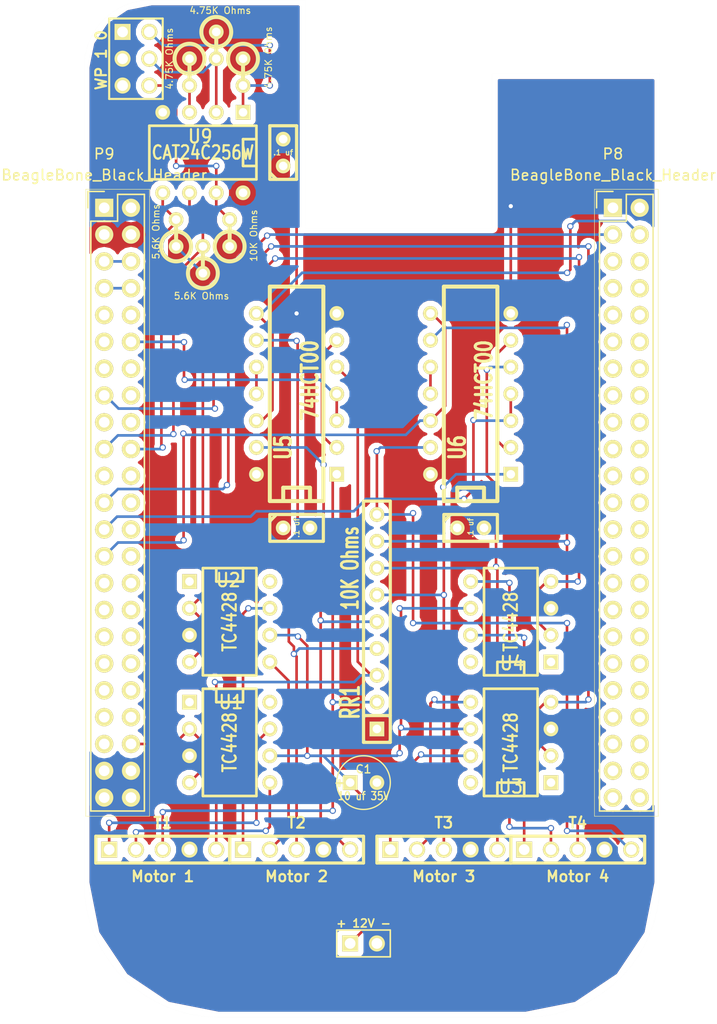
<source format=kicad_pcb>
(kicad_pcb (version 3) (host pcbnew "(22-Jun-2014 BZR 4027)-stable")
  (title_block (company "Deepwoods Software"))
  (layers (15 F.Cu signal) (0 B.Cu signal) (18 B.Paste user) (19 F.Paste user) (20 B.SilkS user) (21 F.SilkS user) (22 B.Mask user) (23 F.Mask user) (28 Edge.Cuts user))
  (net 0 "")
  (net 1 +12V)
  (net 2 +3.3V)
  (net 3 +5V)
  (net 4 "/Cape EEPROM/SCL")
  (net 5 "/Cape EEPROM/SDA")
  (net 6 /MSel1)
  (net 7 /MSel2)
  (net 8 /MSel3)
  (net 9 /MSel4)
  (net 10 /Motor1A)
  (net 11 /Motor1B)
  (net 12 /Motor2A)
  (net 13 /Motor2B)
  (net 14 /Motor3A)
  (net 15 /Motor3B)
  (net 16 /Motor4A)
  (net 17 /Motor4B)
  (net 18 /PSense1)
  (net 19 /PSense2)
  (net 20 /PSense3)
  (net 21 /PSense4)
  (net 22 /Points1A)
  (net 23 /Points1B)
  (net 24 /Points2A)
  (net 25 /Points2B)
  (net 26 /Points3A)
  (net 27 /Points3B)
  (net 28 /Points4A)
  (net 29 /Points4B)
  (net 30 GND)
  (net 31 N-000001)
  (net 32 N-00000104)
  (net 33 N-00000105)
  (net 34 N-00000106)
  (net 35 N-00000107)
  (net 36 N-000003)
  (net 37 N-000005)
  (net 38 N-000007)
  (net 39 SYS_5V)
  (module Socket_BeagleBone_Black:Socket_BeagleBone_Black (layer F.Cu) (at 164.6301 62.3824)
    (fp_text reference P8 (at 0 -5.1) (layer F.SilkS))
    (fp_text value BeagleBone_Black_Header (at 0 -3.1) (layer F.SilkS))
    (pad 1 thru_hole rect (at 0 0) (size 1.7272 1.7272) (drill 1.016) (layers *.Cu *.Mask F.SilkS) (net 30 GND))
    (pad 2 thru_hole oval (at 2.54 0) (size 1.7272 1.7272) (drill 1.016) (layers *.Cu *.Mask F.SilkS) (net 30 GND))
    (pad 3 thru_hole oval (at 0 2.54) (size 1.7272 1.7272) (drill 1.016) (layers *.Cu *.Mask F.SilkS) (net 7 /MSel2))
    (pad 4 thru_hole oval (at 2.54 2.54) (size 1.7272 1.7272) (drill 1.016) (layers *.Cu *.Mask F.SilkS) (net 19 /PSense2))
    (pad 5 thru_hole oval (at 0 5.08) (size 1.7272 1.7272) (drill 1.016) (layers *.Cu *.Mask F.SilkS))
    (pad 6 thru_hole oval (at 2.54 5.08) (size 1.7272 1.7272) (drill 1.016) (layers *.Cu *.Mask F.SilkS))
    (pad 7 thru_hole oval (at 0 7.62) (size 1.7272 1.7272) (drill 1.016) (layers *.Cu *.Mask F.SilkS))
    (pad 8 thru_hole oval (at 2.54 7.62) (size 1.7272 1.7272) (drill 1.016) (layers *.Cu *.Mask F.SilkS))
    (pad 9 thru_hole oval (at 0 10.16) (size 1.7272 1.7272) (drill 1.016) (layers *.Cu *.Mask F.SilkS))
    (pad 10 thru_hole oval (at 2.54 10.16) (size 1.7272 1.7272) (drill 1.016) (layers *.Cu *.Mask F.SilkS))
    (pad 11 thru_hole oval (at 0 12.7) (size 1.7272 1.7272) (drill 1.016) (layers *.Cu *.Mask F.SilkS))
    (pad 12 thru_hole oval (at 2.54 12.7) (size 1.7272 1.7272) (drill 1.016) (layers *.Cu *.Mask F.SilkS))
    (pad 13 thru_hole oval (at 0 15.24) (size 1.7272 1.7272) (drill 1.016) (layers *.Cu *.Mask F.SilkS))
    (pad 14 thru_hole oval (at 2.54 15.24) (size 1.7272 1.7272) (drill 1.016) (layers *.Cu *.Mask F.SilkS))
    (pad 15 thru_hole oval (at 0 17.78) (size 1.7272 1.7272) (drill 1.016) (layers *.Cu *.Mask F.SilkS))
    (pad 16 thru_hole oval (at 2.54 17.78) (size 1.7272 1.7272) (drill 1.016) (layers *.Cu *.Mask F.SilkS))
    (pad 17 thru_hole oval (at 0 20.32) (size 1.7272 1.7272) (drill 1.016) (layers *.Cu *.Mask F.SilkS))
    (pad 18 thru_hole oval (at 2.54 20.32) (size 1.7272 1.7272) (drill 1.016) (layers *.Cu *.Mask F.SilkS))
    (pad 19 thru_hole oval (at 0 22.86) (size 1.7272 1.7272) (drill 1.016) (layers *.Cu *.Mask F.SilkS))
    (pad 20 thru_hole oval (at 2.54 22.86) (size 1.7272 1.7272) (drill 1.016) (layers *.Cu *.Mask F.SilkS))
    (pad 21 thru_hole oval (at 0 25.4) (size 1.7272 1.7272) (drill 1.016) (layers *.Cu *.Mask F.SilkS))
    (pad 22 thru_hole oval (at 2.54 25.4) (size 1.7272 1.7272) (drill 1.016) (layers *.Cu *.Mask F.SilkS))
    (pad 23 thru_hole oval (at 0 27.94) (size 1.7272 1.7272) (drill 1.016) (layers *.Cu *.Mask F.SilkS))
    (pad 24 thru_hole oval (at 2.54 27.94) (size 1.7272 1.7272) (drill 1.016) (layers *.Cu *.Mask F.SilkS))
    (pad 25 thru_hole oval (at 0 30.48) (size 1.7272 1.7272) (drill 1.016) (layers *.Cu *.Mask F.SilkS))
    (pad 26 thru_hole oval (at 2.54 30.48) (size 1.7272 1.7272) (drill 1.016) (layers *.Cu *.Mask F.SilkS))
    (pad 27 thru_hole oval (at 0 33.02) (size 1.7272 1.7272) (drill 1.016) (layers *.Cu *.Mask F.SilkS))
    (pad 28 thru_hole oval (at 2.54 33.02) (size 1.7272 1.7272) (drill 1.016) (layers *.Cu *.Mask F.SilkS))
    (pad 29 thru_hole oval (at 0 35.56) (size 1.7272 1.7272) (drill 1.016) (layers *.Cu *.Mask F.SilkS))
    (pad 30 thru_hole oval (at 2.54 35.56) (size 1.7272 1.7272) (drill 1.016) (layers *.Cu *.Mask F.SilkS))
    (pad 31 thru_hole oval (at 0 38.1) (size 1.7272 1.7272) (drill 1.016) (layers *.Cu *.Mask F.SilkS))
    (pad 32 thru_hole oval (at 2.54 38.1) (size 1.7272 1.7272) (drill 1.016) (layers *.Cu *.Mask F.SilkS))
    (pad 33 thru_hole oval (at 0 40.64) (size 1.7272 1.7272) (drill 1.016) (layers *.Cu *.Mask F.SilkS))
    (pad 34 thru_hole oval (at 2.54 40.64) (size 1.7272 1.7272) (drill 1.016) (layers *.Cu *.Mask F.SilkS))
    (pad 35 thru_hole oval (at 0 43.18) (size 1.7272 1.7272) (drill 1.016) (layers *.Cu *.Mask F.SilkS))
    (pad 36 thru_hole oval (at 2.54 43.18) (size 1.7272 1.7272) (drill 1.016) (layers *.Cu *.Mask F.SilkS))
    (pad 37 thru_hole oval (at 0 45.72) (size 1.7272 1.7272) (drill 1.016) (layers *.Cu *.Mask F.SilkS))
    (pad 38 thru_hole oval (at 2.54 45.72) (size 1.7272 1.7272) (drill 1.016) (layers *.Cu *.Mask F.SilkS))
    (pad 39 thru_hole oval (at 0 48.26) (size 1.7272 1.7272) (drill 1.016) (layers *.Cu *.Mask F.SilkS))
    (pad 40 thru_hole oval (at 2.54 48.26) (size 1.7272 1.7272) (drill 1.016) (layers *.Cu *.Mask F.SilkS))
    (pad 41 thru_hole oval (at 0 50.8) (size 1.7272 1.7272) (drill 1.016) (layers *.Cu *.Mask F.SilkS))
    (pad 42 thru_hole oval (at 2.54 50.8) (size 1.7272 1.7272) (drill 1.016) (layers *.Cu *.Mask F.SilkS))
    (pad 43 thru_hole oval (at 0 53.34) (size 1.7272 1.7272) (drill 1.016) (layers *.Cu *.Mask F.SilkS))
    (pad 44 thru_hole oval (at 2.54 53.34) (size 1.7272 1.7272) (drill 1.016) (layers *.Cu *.Mask F.SilkS))
    (pad 45 thru_hole oval (at 0 55.88) (size 1.7272 1.7272) (drill 1.016) (layers *.Cu *.Mask F.SilkS))
    (pad 46 thru_hole oval (at 2.54 55.88) (size 1.7272 1.7272) (drill 1.016) (layers *.Cu *.Mask F.SilkS))
  )
  (module Socket_BeagleBone_Black:Socket_BeagleBone_Black (layer F.Cu) (at 116.3701 62.3824)
    (fp_text reference P9 (at 0 -5.1) (layer F.SilkS))
    (fp_text value BeagleBone_Black_Header (at 0 -3.1) (layer F.SilkS))
    (pad 1 thru_hole rect (at 0 0) (size 1.7272 1.7272) (drill 1.016) (layers *.Cu *.Mask F.SilkS) (net 30 GND))
    (pad 2 thru_hole oval (at 2.54 0) (size 1.7272 1.7272) (drill 1.016) (layers *.Cu *.Mask F.SilkS) (net 30 GND))
    (pad 3 thru_hole oval (at 0 2.54) (size 1.7272 1.7272) (drill 1.016) (layers *.Cu *.Mask F.SilkS) (net 2 +3.3V))
    (pad 4 thru_hole oval (at 2.54 2.54) (size 1.7272 1.7272) (drill 1.016) (layers *.Cu *.Mask F.SilkS) (net 2 +3.3V))
    (pad 5 thru_hole oval (at 0 5.08) (size 1.7272 1.7272) (drill 1.016) (layers *.Cu *.Mask F.SilkS) (net 3 +5V))
    (pad 6 thru_hole oval (at 2.54 5.08) (size 1.7272 1.7272) (drill 1.016) (layers *.Cu *.Mask F.SilkS) (net 3 +5V))
    (pad 7 thru_hole oval (at 0 7.62) (size 1.7272 1.7272) (drill 1.016) (layers *.Cu *.Mask F.SilkS) (net 39 SYS_5V))
    (pad 8 thru_hole oval (at 2.54 7.62) (size 1.7272 1.7272) (drill 1.016) (layers *.Cu *.Mask F.SilkS) (net 39 SYS_5V))
    (pad 9 thru_hole oval (at 0 10.16) (size 1.7272 1.7272) (drill 1.016) (layers *.Cu *.Mask F.SilkS))
    (pad 10 thru_hole oval (at 2.54 10.16) (size 1.7272 1.7272) (drill 1.016) (layers *.Cu *.Mask F.SilkS))
    (pad 11 thru_hole oval (at 0 12.7) (size 1.7272 1.7272) (drill 1.016) (layers *.Cu *.Mask F.SilkS))
    (pad 12 thru_hole oval (at 2.54 12.7) (size 1.7272 1.7272) (drill 1.016) (layers *.Cu *.Mask F.SilkS) (net 18 /PSense1))
    (pad 13 thru_hole oval (at 0 15.24) (size 1.7272 1.7272) (drill 1.016) (layers *.Cu *.Mask F.SilkS))
    (pad 14 thru_hole oval (at 2.54 15.24) (size 1.7272 1.7272) (drill 1.016) (layers *.Cu *.Mask F.SilkS))
    (pad 15 thru_hole oval (at 0 17.78) (size 1.7272 1.7272) (drill 1.016) (layers *.Cu *.Mask F.SilkS) (net 8 /MSel3))
    (pad 16 thru_hole oval (at 2.54 17.78) (size 1.7272 1.7272) (drill 1.016) (layers *.Cu *.Mask F.SilkS))
    (pad 17 thru_hole oval (at 0 20.32) (size 1.7272 1.7272) (drill 1.016) (layers *.Cu *.Mask F.SilkS))
    (pad 18 thru_hole oval (at 2.54 20.32) (size 1.7272 1.7272) (drill 1.016) (layers *.Cu *.Mask F.SilkS))
    (pad 19 thru_hole oval (at 0 22.86) (size 1.7272 1.7272) (drill 1.016) (layers *.Cu *.Mask F.SilkS) (net 4 "/Cape EEPROM/SCL"))
    (pad 20 thru_hole oval (at 2.54 22.86) (size 1.7272 1.7272) (drill 1.016) (layers *.Cu *.Mask F.SilkS) (net 5 "/Cape EEPROM/SDA"))
    (pad 21 thru_hole oval (at 0 25.4) (size 1.7272 1.7272) (drill 1.016) (layers *.Cu *.Mask F.SilkS))
    (pad 22 thru_hole oval (at 2.54 25.4) (size 1.7272 1.7272) (drill 1.016) (layers *.Cu *.Mask F.SilkS))
    (pad 23 thru_hole oval (at 0 27.94) (size 1.7272 1.7272) (drill 1.016) (layers *.Cu *.Mask F.SilkS) (net 9 /MSel4))
    (pad 24 thru_hole oval (at 2.54 27.94) (size 1.7272 1.7272) (drill 1.016) (layers *.Cu *.Mask F.SilkS))
    (pad 25 thru_hole oval (at 0 30.48) (size 1.7272 1.7272) (drill 1.016) (layers *.Cu *.Mask F.SilkS) (net 20 /PSense3))
    (pad 26 thru_hole oval (at 2.54 30.48) (size 1.7272 1.7272) (drill 1.016) (layers *.Cu *.Mask F.SilkS))
    (pad 27 thru_hole oval (at 0 33.02) (size 1.7272 1.7272) (drill 1.016) (layers *.Cu *.Mask F.SilkS) (net 21 /PSense4))
    (pad 28 thru_hole oval (at 2.54 33.02) (size 1.7272 1.7272) (drill 1.016) (layers *.Cu *.Mask F.SilkS))
    (pad 29 thru_hole oval (at 0 35.56) (size 1.7272 1.7272) (drill 1.016) (layers *.Cu *.Mask F.SilkS))
    (pad 30 thru_hole oval (at 2.54 35.56) (size 1.7272 1.7272) (drill 1.016) (layers *.Cu *.Mask F.SilkS))
    (pad 31 thru_hole oval (at 0 38.1) (size 1.7272 1.7272) (drill 1.016) (layers *.Cu *.Mask F.SilkS))
    (pad 32 thru_hole oval (at 2.54 38.1) (size 1.7272 1.7272) (drill 1.016) (layers *.Cu *.Mask F.SilkS))
    (pad 33 thru_hole oval (at 0 40.64) (size 1.7272 1.7272) (drill 1.016) (layers *.Cu *.Mask F.SilkS))
    (pad 34 thru_hole oval (at 2.54 40.64) (size 1.7272 1.7272) (drill 1.016) (layers *.Cu *.Mask F.SilkS))
    (pad 35 thru_hole oval (at 0 43.18) (size 1.7272 1.7272) (drill 1.016) (layers *.Cu *.Mask F.SilkS))
    (pad 36 thru_hole oval (at 2.54 43.18) (size 1.7272 1.7272) (drill 1.016) (layers *.Cu *.Mask F.SilkS))
    (pad 37 thru_hole oval (at 0 45.72) (size 1.7272 1.7272) (drill 1.016) (layers *.Cu *.Mask F.SilkS))
    (pad 38 thru_hole oval (at 2.54 45.72) (size 1.7272 1.7272) (drill 1.016) (layers *.Cu *.Mask F.SilkS))
    (pad 39 thru_hole oval (at 0 48.26) (size 1.7272 1.7272) (drill 1.016) (layers *.Cu *.Mask F.SilkS))
    (pad 40 thru_hole oval (at 2.54 48.26) (size 1.7272 1.7272) (drill 1.016) (layers *.Cu *.Mask F.SilkS))
    (pad 41 thru_hole oval (at 0 50.8) (size 1.7272 1.7272) (drill 1.016) (layers *.Cu *.Mask F.SilkS))
    (pad 42 thru_hole oval (at 2.54 50.8) (size 1.7272 1.7272) (drill 1.016) (layers *.Cu *.Mask F.SilkS) (net 6 /MSel1))
    (pad 43 thru_hole oval (at 0 53.34) (size 1.7272 1.7272) (drill 1.016) (layers *.Cu *.Mask F.SilkS) (net 30 GND))
    (pad 44 thru_hole oval (at 2.54 53.34) (size 1.7272 1.7272) (drill 1.016) (layers *.Cu *.Mask F.SilkS) (net 30 GND))
    (pad 45 thru_hole oval (at 0 55.88) (size 1.7272 1.7272) (drill 1.016) (layers *.Cu *.Mask F.SilkS) (net 30 GND))
    (pad 46 thru_hole oval (at 2.54 55.88) (size 1.7272 1.7272) (drill 1.016) (layers *.Cu *.Mask F.SilkS) (net 30 GND))
  )
  (module SIL-9 (layer F.Cu) (at 142.24 101.6 90)
    (fp_text reference RR1 (at -7.62 -2.54 90) (layer F.SilkS) (effects (font (size 1.72974 1.08712) (thickness 0.3048))))
    (fp_text value "10K Ohms" (at 5.08 -2.54 90) (layer F.SilkS) (effects (font (size 1.524 1.016) (thickness 0.3048))))
    (pad 1 thru_hole rect (at -10.16 0 90) (size 1.397 1.397) (drill 0.8128) (layers *.Cu *.Mask F.SilkS) (net 2 +3.3V))
    (pad 2 thru_hole circle (at -7.62 0 90) (size 1.397 1.397) (drill 0.8128) (layers *.Cu *.Mask F.SilkS) (net 22 /Points1A))
    (pad 3 thru_hole circle (at -5.08 0 90) (size 1.397 1.397) (drill 0.8128) (layers *.Cu *.Mask F.SilkS) (net 23 /Points1B))
    (pad 4 thru_hole circle (at -2.54 0 90) (size 1.397 1.397) (drill 0.8128) (layers *.Cu *.Mask F.SilkS) (net 24 /Points2A))
    (pad 5 thru_hole circle (at 0 0 90) (size 1.397 1.397) (drill 0.8128) (layers *.Cu *.Mask F.SilkS) (net 25 /Points2B))
    (pad 6 thru_hole circle (at 2.54 0 90) (size 1.397 1.397) (drill 0.8128) (layers *.Cu *.Mask F.SilkS) (net 26 /Points3A))
    (pad 7 thru_hole circle (at 5.08 0 90) (size 1.397 1.397) (drill 0.8128) (layers *.Cu *.Mask F.SilkS) (net 27 /Points3B))
    (pad 8 thru_hole circle (at 7.62 0 90) (size 1.397 1.397) (drill 0.8128) (layers *.Cu *.Mask F.SilkS) (net 28 /Points4A))
    (pad 9 thru_hole circle (at 10.16 0 90) (size 1.397 1.397) (drill 0.8128) (layers *.Cu *.Mask F.SilkS) (net 29 /Points4B))
  )
  (module ScrewTerm_2.54-5 (layer F.Cu) (at 121.92 123.19)
    (fp_text reference T1 (at 0 -2.54) (layer F.SilkS) (effects (font (size 1.016 1.016) (thickness 0.2032))))
    (fp_text value "Motor 1" (at 0 2.54) (layer F.SilkS) (effects (font (size 1.016 1.016) (thickness 0.2032))))
    (pad 1 thru_hole rect (at -5.08 0) (size 1.524 1.524) (drill 1.016) (layers *.Cu *.Mask F.SilkS) (net 10 /Motor1A))
    (pad 2 thru_hole circle (at -2.54 0) (size 1.524 1.524) (drill 1.016) (layers *.Cu *.Mask F.SilkS) (net 11 /Motor1B))
    (pad 3 thru_hole circle (at 0 0) (size 1.524 1.524) (drill 1.016) (layers *.Cu *.Mask F.SilkS) (net 22 /Points1A))
    (pad 4 thru_hole circle (at 2.54 0) (size 1.524 1.524) (drill 1.016) (layers *.Cu *.Mask F.SilkS) (net 30 GND))
    (pad 5 thru_hole circle (at 5.08 0) (size 1.524 1.524) (drill 1.016) (layers *.Cu *.Mask F.SilkS) (net 23 /Points1B))
  )
  (module ScrewTerm_2.54-5 (layer F.Cu) (at 134.62 123.19)
    (fp_text reference T2 (at 0 -2.54) (layer F.SilkS) (effects (font (size 1.016 1.016) (thickness 0.2032))))
    (fp_text value "Motor 2" (at 0 2.54) (layer F.SilkS) (effects (font (size 1.016 1.016) (thickness 0.2032))))
    (pad 1 thru_hole rect (at -5.08 0) (size 1.524 1.524) (drill 1.016) (layers *.Cu *.Mask F.SilkS) (net 12 /Motor2A))
    (pad 2 thru_hole circle (at -2.54 0) (size 1.524 1.524) (drill 1.016) (layers *.Cu *.Mask F.SilkS) (net 13 /Motor2B))
    (pad 3 thru_hole circle (at 0 0) (size 1.524 1.524) (drill 1.016) (layers *.Cu *.Mask F.SilkS) (net 24 /Points2A))
    (pad 4 thru_hole circle (at 2.54 0) (size 1.524 1.524) (drill 1.016) (layers *.Cu *.Mask F.SilkS) (net 30 GND))
    (pad 5 thru_hole circle (at 5.08 0) (size 1.524 1.524) (drill 1.016) (layers *.Cu *.Mask F.SilkS) (net 25 /Points2B))
  )
  (module ScrewTerm_2.54-5 (layer F.Cu) (at 148.59 123.19)
    (fp_text reference T3 (at 0 -2.54) (layer F.SilkS) (effects (font (size 1.016 1.016) (thickness 0.2032))))
    (fp_text value "Motor 3" (at 0 2.54) (layer F.SilkS) (effects (font (size 1.016 1.016) (thickness 0.2032))))
    (pad 1 thru_hole rect (at -5.08 0) (size 1.524 1.524) (drill 1.016) (layers *.Cu *.Mask F.SilkS) (net 14 /Motor3A))
    (pad 2 thru_hole circle (at -2.54 0) (size 1.524 1.524) (drill 1.016) (layers *.Cu *.Mask F.SilkS) (net 15 /Motor3B))
    (pad 3 thru_hole circle (at 0 0) (size 1.524 1.524) (drill 1.016) (layers *.Cu *.Mask F.SilkS) (net 26 /Points3A))
    (pad 4 thru_hole circle (at 2.54 0) (size 1.524 1.524) (drill 1.016) (layers *.Cu *.Mask F.SilkS) (net 30 GND))
    (pad 5 thru_hole circle (at 5.08 0) (size 1.524 1.524) (drill 1.016) (layers *.Cu *.Mask F.SilkS) (net 27 /Points3B))
  )
  (module ScrewTerm_2.54-5 (layer F.Cu) (at 161.29 123.19)
    (fp_text reference T4 (at 0 -2.54) (layer F.SilkS) (effects (font (size 1.016 1.016) (thickness 0.2032))))
    (fp_text value "Motor 4" (at 0 2.54) (layer F.SilkS) (effects (font (size 1.016 1.016) (thickness 0.2032))))
    (pad 1 thru_hole rect (at -5.08 0) (size 1.524 1.524) (drill 1.016) (layers *.Cu *.Mask F.SilkS) (net 16 /Motor4A))
    (pad 2 thru_hole circle (at -2.54 0) (size 1.524 1.524) (drill 1.016) (layers *.Cu *.Mask F.SilkS) (net 17 /Motor4B))
    (pad 3 thru_hole circle (at 0 0) (size 1.524 1.524) (drill 1.016) (layers *.Cu *.Mask F.SilkS) (net 28 /Points4A))
    (pad 4 thru_hole circle (at 2.54 0) (size 1.524 1.524) (drill 1.016) (layers *.Cu *.Mask F.SilkS) (net 30 GND))
    (pad 5 thru_hole circle (at 5.08 0) (size 1.524 1.524) (drill 1.016) (layers *.Cu *.Mask F.SilkS) (net 29 /Points4B))
  )
  (module ScrewTerm2.54-2 (layer F.Cu) (at 140.97 132.08)
    (fp_text reference T5 hide)
    (fp_text value "+ 12V -" (at 0 -1.905) (layer F.SilkS) (effects (font (size 0.762 0.762) (thickness 0.1524))))
    (pad 1 thru_hole rect (at -1.27 0 90) (size 1.524 1.524) (drill 1.016) (layers *.Cu *.Mask F.SilkS) (net 1 +12V))
    (pad 2 thru_hole circle (at 1.27 0 90) (size 1.524 1.524) (drill 1.016) (layers *.Cu *.Mask F.SilkS) (net 30 GND))
  )
  (module R1 (layer F.Cu) (at 123.19 64.77 90)
    (fp_text reference R3 hide)
    (fp_text value "5.6K Ohms" (at 0.127 -1.905 90) (layer F.SilkS) (effects (font (size 0.635 0.635) (thickness 0.1016))))
    (pad 1 thru_hole circle (at -1.27 0 90) (size 1.397 1.397) (drill 0.8128) (layers *.Cu *.Mask F.SilkS) (net 2 +3.3V))
    (pad 2 thru_hole circle (at 1.27 0 90) (size 1.397 1.397) (drill 0.8128) (layers *.Cu *.Mask F.SilkS) (net 5 "/Cape EEPROM/SDA"))
  )
  (module R1 (layer F.Cu) (at 125.73 67.31 90)
    (fp_text reference R4 hide)
    (fp_text value "5.6K Ohms" (at -3.429 -0.127 180) (layer F.SilkS) (effects (font (size 0.635 0.635) (thickness 0.1016))))
    (pad 1 thru_hole circle (at -1.27 0 90) (size 1.397 1.397) (drill 0.8128) (layers *.Cu *.Mask F.SilkS) (net 2 +3.3V))
    (pad 2 thru_hole circle (at 1.27 0 90) (size 1.397 1.397) (drill 0.8128) (layers *.Cu *.Mask F.SilkS) (net 4 "/Cape EEPROM/SCL"))
  )
  (module R1 (layer F.Cu) (at 129.54 49.53 270)
    (fp_text reference R5 hide)
    (fp_text value "4.75K Ohms" (at -1.397 -2.413 270) (layer F.SilkS) (effects (font (size 0.635 0.635) (thickness 0.1016))))
    (pad 1 thru_hole circle (at -1.27 0 270) (size 1.397 1.397) (drill 0.8128) (layers *.Cu *.Mask F.SilkS) (net 2 +3.3V))
    (pad 2 thru_hole circle (at 1.27 0 270) (size 1.397 1.397) (drill 0.8128) (layers *.Cu *.Mask F.SilkS) (net 33 N-00000105))
  )
  (module R1 (layer F.Cu) (at 127 46.99 270)
    (fp_text reference R6 hide)
    (fp_text value "4.75K Ohms" (at -3.302 -0.381 360) (layer F.SilkS) (effects (font (size 0.635 0.635) (thickness 0.1016))))
    (pad 1 thru_hole circle (at -1.27 0 270) (size 1.397 1.397) (drill 0.8128) (layers *.Cu *.Mask F.SilkS) (net 2 +3.3V))
    (pad 2 thru_hole circle (at 1.27 0 270) (size 1.397 1.397) (drill 0.8128) (layers *.Cu *.Mask F.SilkS) (net 34 N-00000106))
  )
  (module R1 (layer F.Cu) (at 124.46 49.53 270)
    (fp_text reference R7 hide)
    (fp_text value "4.75K Ohms" (at -1.27 1.905 270) (layer F.SilkS) (effects (font (size 0.635 0.635) (thickness 0.1016))))
    (pad 1 thru_hole circle (at -1.27 0 270) (size 1.397 1.397) (drill 0.8128) (layers *.Cu *.Mask F.SilkS) (net 2 +3.3V))
    (pad 2 thru_hole circle (at 1.27 0 270) (size 1.397 1.397) (drill 0.8128) (layers *.Cu *.Mask F.SilkS) (net 35 N-00000107))
  )
  (module R1 (layer F.Cu) (at 128.27 64.77 90)
    (fp_text reference R8 hide)
    (fp_text value "10K Ohms" (at -0.254 2.286 90) (layer F.SilkS) (effects (font (size 0.635 0.635) (thickness 0.1016))))
    (pad 1 thru_hole circle (at -1.27 0 90) (size 1.397 1.397) (drill 0.8128) (layers *.Cu *.Mask F.SilkS) (net 2 +3.3V))
    (pad 2 thru_hole circle (at 1.27 0 90) (size 1.397 1.397) (drill 0.8128) (layers *.Cu *.Mask F.SilkS) (net 32 N-00000104))
  )
  (module pin_array_3x2 (layer F.Cu) (at 119.38 48.26 270)
    (fp_text reference P2 hide)
    (fp_text value "WP 1 0" (at 0.127 3.302 270) (layer F.SilkS) (effects (font (size 1.016 1.016) (thickness 0.2032))))
    (pad 1 thru_hole rect (at -2.54 1.27 270) (size 1.524 1.524) (drill 1.016) (layers *.Cu *.Mask F.SilkS) (net 30 GND))
    (pad 2 thru_hole circle (at -2.54 -1.27 270) (size 1.524 1.524) (drill 1.016) (layers *.Cu *.Mask F.SilkS) (net 33 N-00000105))
    (pad 3 thru_hole circle (at 0 1.27 270) (size 1.524 1.524) (drill 1.016) (layers *.Cu *.Mask F.SilkS) (net 30 GND))
    (pad 4 thru_hole circle (at 0 -1.27 270) (size 1.524 1.524) (drill 1.016) (layers *.Cu *.Mask F.SilkS) (net 34 N-00000106))
    (pad 5 thru_hole circle (at 2.54 1.27 270) (size 1.524 1.524) (drill 1.016) (layers *.Cu *.Mask F.SilkS) (net 30 GND))
    (pad 6 thru_hole circle (at 2.54 -1.27 270) (size 1.524 1.524) (drill 1.016) (layers *.Cu *.Mask F.SilkS) (net 32 N-00000104))
  )
  (module DIP-8__300 (layer F.Cu) (at 128.27 113.03 270)
    (fp_text reference U1 (at -3.81 -0.127 360) (layer F.SilkS) (effects (font (size 1.27 1.143) (thickness 0.2032))))
    (fp_text value TC4428 (at 0 0 270) (layer F.SilkS) (effects (font (size 1.27 1.016) (thickness 0.2032))))
    (pad 1 thru_hole rect (at -3.81 3.81 270) (size 1.397 1.397) (drill 0.8128) (layers *.Cu *.Mask F.SilkS))
    (pad 2 thru_hole circle (at -1.27 3.81 270) (size 1.397 1.397) (drill 0.8128) (layers *.Cu *.Mask F.SilkS) (net 6 /MSel1))
    (pad 3 thru_hole circle (at 1.27 3.81 270) (size 1.397 1.397) (drill 0.8128) (layers *.Cu *.Mask F.SilkS) (net 30 GND))
    (pad 4 thru_hole circle (at 3.81 3.81 270) (size 1.397 1.397) (drill 0.8128) (layers *.Cu *.Mask F.SilkS) (net 6 /MSel1))
    (pad 5 thru_hole circle (at 3.81 -3.81 270) (size 1.397 1.397) (drill 0.8128) (layers *.Cu *.Mask F.SilkS) (net 11 /Motor1B))
    (pad 6 thru_hole circle (at 1.27 -3.81 270) (size 1.397 1.397) (drill 0.8128) (layers *.Cu *.Mask F.SilkS) (net 1 +12V))
    (pad 7 thru_hole circle (at -1.27 -3.81 270) (size 1.397 1.397) (drill 0.8128) (layers *.Cu *.Mask F.SilkS) (net 10 /Motor1A))
    (pad 8 thru_hole circle (at -3.81 -3.81 270) (size 1.397 1.397) (drill 0.8128) (layers *.Cu *.Mask F.SilkS))
  )
  (module DIP-8__300 (layer F.Cu) (at 125.73 57.15 180)
    (fp_text reference U9 (at 0.254 1.524 180) (layer F.SilkS) (effects (font (size 1.27 1.143) (thickness 0.2032))))
    (fp_text value CAT24C256W (at 0 0 180) (layer F.SilkS) (effects (font (size 1.27 1.016) (thickness 0.2032))))
    (pad 1 thru_hole rect (at -3.81 3.81 180) (size 1.397 1.397) (drill 0.8128) (layers *.Cu *.Mask F.SilkS) (net 33 N-00000105))
    (pad 2 thru_hole circle (at -1.27 3.81 180) (size 1.397 1.397) (drill 0.8128) (layers *.Cu *.Mask F.SilkS) (net 34 N-00000106))
    (pad 3 thru_hole circle (at 1.27 3.81 180) (size 1.397 1.397) (drill 0.8128) (layers *.Cu *.Mask F.SilkS) (net 35 N-00000107))
    (pad 4 thru_hole circle (at 3.81 3.81 180) (size 1.397 1.397) (drill 0.8128) (layers *.Cu *.Mask F.SilkS) (net 30 GND))
    (pad 5 thru_hole circle (at 3.81 -3.81 180) (size 1.397 1.397) (drill 0.8128) (layers *.Cu *.Mask F.SilkS) (net 5 "/Cape EEPROM/SDA"))
    (pad 6 thru_hole circle (at 1.27 -3.81 180) (size 1.397 1.397) (drill 0.8128) (layers *.Cu *.Mask F.SilkS) (net 4 "/Cape EEPROM/SCL"))
    (pad 7 thru_hole circle (at -1.27 -3.81 180) (size 1.397 1.397) (drill 0.8128) (layers *.Cu *.Mask F.SilkS) (net 32 N-00000104))
    (pad 8 thru_hole circle (at -3.81 -3.81 180) (size 1.397 1.397) (drill 0.8128) (layers *.Cu *.Mask F.SilkS) (net 2 +3.3V))
  )
  (module DIP-8__300 (layer F.Cu) (at 154.94 101.6 90)
    (fp_text reference U4 (at -3.937 0.127 180) (layer F.SilkS) (effects (font (size 1.27 1.143) (thickness 0.2032))))
    (fp_text value TC4428 (at 0 0 90) (layer F.SilkS) (effects (font (size 1.27 1.016) (thickness 0.2032))))
    (pad 1 thru_hole rect (at -3.81 3.81 90) (size 1.397 1.397) (drill 0.8128) (layers *.Cu *.Mask F.SilkS))
    (pad 2 thru_hole circle (at -1.27 3.81 90) (size 1.397 1.397) (drill 0.8128) (layers *.Cu *.Mask F.SilkS) (net 9 /MSel4))
    (pad 3 thru_hole circle (at 1.27 3.81 90) (size 1.397 1.397) (drill 0.8128) (layers *.Cu *.Mask F.SilkS) (net 30 GND))
    (pad 4 thru_hole circle (at 3.81 3.81 90) (size 1.397 1.397) (drill 0.8128) (layers *.Cu *.Mask F.SilkS) (net 9 /MSel4))
    (pad 5 thru_hole circle (at 3.81 -3.81 90) (size 1.397 1.397) (drill 0.8128) (layers *.Cu *.Mask F.SilkS) (net 17 /Motor4B))
    (pad 6 thru_hole circle (at 1.27 -3.81 90) (size 1.397 1.397) (drill 0.8128) (layers *.Cu *.Mask F.SilkS) (net 1 +12V))
    (pad 7 thru_hole circle (at -1.27 -3.81 90) (size 1.397 1.397) (drill 0.8128) (layers *.Cu *.Mask F.SilkS) (net 16 /Motor4A))
    (pad 8 thru_hole circle (at -3.81 -3.81 90) (size 1.397 1.397) (drill 0.8128) (layers *.Cu *.Mask F.SilkS))
  )
  (module DIP-8__300 (layer F.Cu) (at 154.94 113.03 90)
    (fp_text reference U3 (at -4.191 0 180) (layer F.SilkS) (effects (font (size 1.27 1.143) (thickness 0.2032))))
    (fp_text value TC4428 (at 0 0 90) (layer F.SilkS) (effects (font (size 1.27 1.016) (thickness 0.2032))))
    (pad 1 thru_hole rect (at -3.81 3.81 90) (size 1.397 1.397) (drill 0.8128) (layers *.Cu *.Mask F.SilkS))
    (pad 2 thru_hole circle (at -1.27 3.81 90) (size 1.397 1.397) (drill 0.8128) (layers *.Cu *.Mask F.SilkS) (net 8 /MSel3))
    (pad 3 thru_hole circle (at 1.27 3.81 90) (size 1.397 1.397) (drill 0.8128) (layers *.Cu *.Mask F.SilkS) (net 30 GND))
    (pad 4 thru_hole circle (at 3.81 3.81 90) (size 1.397 1.397) (drill 0.8128) (layers *.Cu *.Mask F.SilkS) (net 8 /MSel3))
    (pad 5 thru_hole circle (at 3.81 -3.81 90) (size 1.397 1.397) (drill 0.8128) (layers *.Cu *.Mask F.SilkS) (net 15 /Motor3B))
    (pad 6 thru_hole circle (at 1.27 -3.81 90) (size 1.397 1.397) (drill 0.8128) (layers *.Cu *.Mask F.SilkS) (net 1 +12V))
    (pad 7 thru_hole circle (at -1.27 -3.81 90) (size 1.397 1.397) (drill 0.8128) (layers *.Cu *.Mask F.SilkS) (net 14 /Motor3A))
    (pad 8 thru_hole circle (at -3.81 -3.81 90) (size 1.397 1.397) (drill 0.8128) (layers *.Cu *.Mask F.SilkS))
  )
  (module DIP-8__300 (layer F.Cu) (at 128.27 101.6 270)
    (fp_text reference U2 (at -3.937 0.127 360) (layer F.SilkS) (effects (font (size 1.27 1.143) (thickness 0.2032))))
    (fp_text value TC4428 (at 0 0 270) (layer F.SilkS) (effects (font (size 1.27 1.016) (thickness 0.2032))))
    (pad 1 thru_hole rect (at -3.81 3.81 270) (size 1.397 1.397) (drill 0.8128) (layers *.Cu *.Mask F.SilkS))
    (pad 2 thru_hole circle (at -1.27 3.81 270) (size 1.397 1.397) (drill 0.8128) (layers *.Cu *.Mask F.SilkS) (net 7 /MSel2))
    (pad 3 thru_hole circle (at 1.27 3.81 270) (size 1.397 1.397) (drill 0.8128) (layers *.Cu *.Mask F.SilkS) (net 30 GND))
    (pad 4 thru_hole circle (at 3.81 3.81 270) (size 1.397 1.397) (drill 0.8128) (layers *.Cu *.Mask F.SilkS) (net 7 /MSel2))
    (pad 5 thru_hole circle (at 3.81 -3.81 270) (size 1.397 1.397) (drill 0.8128) (layers *.Cu *.Mask F.SilkS) (net 13 /Motor2B))
    (pad 6 thru_hole circle (at 1.27 -3.81 270) (size 1.397 1.397) (drill 0.8128) (layers *.Cu *.Mask F.SilkS) (net 1 +12V))
    (pad 7 thru_hole circle (at -1.27 -3.81 270) (size 1.397 1.397) (drill 0.8128) (layers *.Cu *.Mask F.SilkS) (net 12 /Motor2A))
    (pad 8 thru_hole circle (at -3.81 -3.81 270) (size 1.397 1.397) (drill 0.8128) (layers *.Cu *.Mask F.SilkS))
  )
  (module DIP-14__300 (layer F.Cu) (at 151.13 80.01 90)
    (fp_text reference U6 (at -5.08 -1.27 90) (layer F.SilkS) (effects (font (size 1.524 1.143) (thickness 0.3048))))
    (fp_text value 74HCT00 (at 1.27 1.27 90) (layer F.SilkS) (effects (font (size 1.524 1.143) (thickness 0.3048))))
    (pad 1 thru_hole rect (at -7.62 3.81 90) (size 1.397 1.397) (drill 0.8128) (layers *.Cu *.Mask F.SilkS) (net 26 /Points3A))
    (pad 2 thru_hole circle (at -5.08 3.81 90) (size 1.397 1.397) (drill 0.8128) (layers *.Cu *.Mask F.SilkS) (net 38 N-000007))
    (pad 3 thru_hole circle (at -2.54 3.81 90) (size 1.397 1.397) (drill 0.8128) (layers *.Cu *.Mask F.SilkS) (net 20 /PSense3))
    (pad 4 thru_hole circle (at 0 3.81 90) (size 1.397 1.397) (drill 0.8128) (layers *.Cu *.Mask F.SilkS) (net 20 /PSense3))
    (pad 5 thru_hole circle (at 2.54 3.81 90) (size 1.397 1.397) (drill 0.8128) (layers *.Cu *.Mask F.SilkS) (net 27 /Points3B))
    (pad 6 thru_hole circle (at 5.08 3.81 90) (size 1.397 1.397) (drill 0.8128) (layers *.Cu *.Mask F.SilkS) (net 38 N-000007))
    (pad 7 thru_hole circle (at 7.62 3.81 90) (size 1.397 1.397) (drill 0.8128) (layers *.Cu *.Mask F.SilkS) (net 30 GND))
    (pad 8 thru_hole circle (at 7.62 -3.81 90) (size 1.397 1.397) (drill 0.8128) (layers *.Cu *.Mask F.SilkS) (net 21 /PSense4))
    (pad 9 thru_hole circle (at 5.08 -3.81 90) (size 1.397 1.397) (drill 0.8128) (layers *.Cu *.Mask F.SilkS) (net 28 /Points4A))
    (pad 10 thru_hole circle (at 2.54 -3.81 90) (size 1.397 1.397) (drill 0.8128) (layers *.Cu *.Mask F.SilkS) (net 36 N-000003))
    (pad 11 thru_hole circle (at 0 -3.81 90) (size 1.397 1.397) (drill 0.8128) (layers *.Cu *.Mask F.SilkS) (net 36 N-000003))
    (pad 12 thru_hole circle (at -2.54 -3.81 90) (size 1.397 1.397) (drill 0.8128) (layers *.Cu *.Mask F.SilkS) (net 21 /PSense4))
    (pad 13 thru_hole circle (at -5.08 -3.81 90) (size 1.397 1.397) (drill 0.8128) (layers *.Cu *.Mask F.SilkS) (net 29 /Points4B))
    (pad 14 thru_hole circle (at -7.62 -3.81 90) (size 1.397 1.397) (drill 0.8128) (layers *.Cu *.Mask F.SilkS) (net 2 +3.3V))
  )
  (module DIP-14__300 (layer F.Cu) (at 134.62 80.01 90)
    (fp_text reference U5 (at -5.08 -1.27 90) (layer F.SilkS) (effects (font (size 1.524 1.143) (thickness 0.3048))))
    (fp_text value 74HCT00 (at 1.27 1.27 90) (layer F.SilkS) (effects (font (size 1.524 1.143) (thickness 0.3048))))
    (pad 1 thru_hole rect (at -7.62 3.81 90) (size 1.397 1.397) (drill 0.8128) (layers *.Cu *.Mask F.SilkS) (net 22 /Points1A))
    (pad 2 thru_hole circle (at -5.08 3.81 90) (size 1.397 1.397) (drill 0.8128) (layers *.Cu *.Mask F.SilkS) (net 31 N-000001))
    (pad 3 thru_hole circle (at -2.54 3.81 90) (size 1.397 1.397) (drill 0.8128) (layers *.Cu *.Mask F.SilkS) (net 18 /PSense1))
    (pad 4 thru_hole circle (at 0 3.81 90) (size 1.397 1.397) (drill 0.8128) (layers *.Cu *.Mask F.SilkS) (net 18 /PSense1))
    (pad 5 thru_hole circle (at 2.54 3.81 90) (size 1.397 1.397) (drill 0.8128) (layers *.Cu *.Mask F.SilkS) (net 23 /Points1B))
    (pad 6 thru_hole circle (at 5.08 3.81 90) (size 1.397 1.397) (drill 0.8128) (layers *.Cu *.Mask F.SilkS) (net 31 N-000001))
    (pad 7 thru_hole circle (at 7.62 3.81 90) (size 1.397 1.397) (drill 0.8128) (layers *.Cu *.Mask F.SilkS) (net 30 GND))
    (pad 8 thru_hole circle (at 7.62 -3.81 90) (size 1.397 1.397) (drill 0.8128) (layers *.Cu *.Mask F.SilkS) (net 19 /PSense2))
    (pad 9 thru_hole circle (at 5.08 -3.81 90) (size 1.397 1.397) (drill 0.8128) (layers *.Cu *.Mask F.SilkS) (net 24 /Points2A))
    (pad 10 thru_hole circle (at 2.54 -3.81 90) (size 1.397 1.397) (drill 0.8128) (layers *.Cu *.Mask F.SilkS) (net 37 N-000005))
    (pad 11 thru_hole circle (at 0 -3.81 90) (size 1.397 1.397) (drill 0.8128) (layers *.Cu *.Mask F.SilkS) (net 37 N-000005))
    (pad 12 thru_hole circle (at -2.54 -3.81 90) (size 1.397 1.397) (drill 0.8128) (layers *.Cu *.Mask F.SilkS) (net 19 /PSense2))
    (pad 13 thru_hole circle (at -5.08 -3.81 90) (size 1.397 1.397) (drill 0.8128) (layers *.Cu *.Mask F.SilkS) (net 25 /Points2B))
    (pad 14 thru_hole circle (at -7.62 -3.81 90) (size 1.397 1.397) (drill 0.8128) (layers *.Cu *.Mask F.SilkS) (net 2 +3.3V))
  )
  (module C1V5 (layer F.Cu) (at 140.97 116.84)
    (fp_text reference C1 (at 0 -1.26746) (layer F.SilkS) (effects (font (size 0.762 0.762) (thickness 0.127))))
    (fp_text value "10 uf 35V" (at 0 1.27) (layer F.SilkS) (effects (font (size 0.762 0.635) (thickness 0.127))))
    (fp_text user + (at -2.286 0) (layer F.SilkS) (effects (font (size 0.762 0.762) (thickness 0.2032))))
    (pad 1 thru_hole rect (at -1.27 0) (size 1.397 1.397) (drill 0.8128) (layers *.Cu *.Mask F.SilkS) (net 1 +12V))
    (pad 2 thru_hole circle (at 1.27 0) (size 1.397 1.397) (drill 0.8128) (layers *.Cu *.Mask F.SilkS) (net 30 GND))
  )
  (module C1 (layer F.Cu) (at 133.35 57.15 90)
    (fp_text reference C8 hide)
    (fp_text value ".1 uf" (at 0 0 180) (layer F.SilkS) (effects (font (size 0.508 0.508) (thickness 0.1016))))
    (pad 1 thru_hole circle (at -1.27 0 90) (size 1.397 1.397) (drill 0.8128) (layers *.Cu *.Mask F.SilkS) (net 2 +3.3V))
    (pad 2 thru_hole circle (at 1.27 0 90) (size 1.397 1.397) (drill 0.8128) (layers *.Cu *.Mask F.SilkS) (net 30 GND))
  )
  (module C1 (layer F.Cu) (at 151.13 92.71)
    (fp_text reference C3 hide)
    (fp_text value ".1 uf" (at 0 0 90) (layer F.SilkS) (effects (font (size 0.508 0.508) (thickness 0.1016))))
    (pad 1 thru_hole circle (at -1.27 0) (size 1.397 1.397) (drill 0.8128) (layers *.Cu *.Mask F.SilkS) (net 2 +3.3V))
    (pad 2 thru_hole circle (at 1.27 0) (size 1.397 1.397) (drill 0.8128) (layers *.Cu *.Mask F.SilkS) (net 30 GND))
  )
  (module C1 (layer F.Cu) (at 134.62 92.71)
    (fp_text reference C2 hide)
    (fp_text value ".1 uf" (at 0 0 90) (layer F.SilkS) (effects (font (size 0.508 0.508) (thickness 0.1016))))
    (pad 1 thru_hole circle (at -1.27 0) (size 1.397 1.397) (drill 0.8128) (layers *.Cu *.Mask F.SilkS) (net 2 +3.3V))
    (pad 2 thru_hole circle (at 1.27 0) (size 1.397 1.397) (drill 0.8128) (layers *.Cu *.Mask F.SilkS) (net 30 GND))
  )
  (gr_arc (start 127.1651 126.3574) (end 127.1651 139.0574) (angle 90) (layer Edge.Cuts) (width 0.00254))
  (gr_arc (start 156.3751 126.3574) (end 169.0751 126.3574) (angle 90) (layer Edge.Cuts) (width 0.00254))
  (gr_arc (start 120.8151 49.0474) (end 114.4651 49.0474) (angle 90) (layer Edge.Cuts) (width 0.00254))
  (gr_line (start 135.4201 42.6974) (end 120.8151 42.6974) (layer Edge.Cuts) (width 0.00254))
  (gr_line (start 135.4201 64.2874) (end 135.4201 42.6974) (layer Edge.Cuts) (width 0.00254))
  (gr_line (start 153.2001 64.2874) (end 135.4201 64.2874) (layer Edge.Cuts) (width 0.00254))
  (gr_line (start 153.2001 49.6824) (end 153.2001 64.2874) (layer Edge.Cuts) (width 0.00254))
  (gr_line (start 169.0751 49.6824) (end 153.2001 49.6824) (layer Edge.Cuts) (width 0.00254))
  (gr_line (start 169.0751 126.3574) (end 169.0751 49.6824) (layer Edge.Cuts) (width 0.00254))
  (gr_line (start 127.1651 139.0574) (end 156.3751 139.0574) (layer Edge.Cuts) (width 0.00254))
  (gr_line (start 114.4651 49.0474) (end 114.4651 126.3574) (layer Edge.Cuts) (width 0.00254))
  (segment (start 139.7 116.84) (end 139.7 116.967) (width 0.25) (layer F.Cu) (net 1))
  (segment (start 141.224 130.556) (end 139.7 132.08) (width 0.25) (layer F.Cu) (net 1))
  (segment (start 141.224 118.491) (end 141.224 130.556) (width 0.25) (layer F.Cu) (net 1))
  (segment (start 139.7 116.967) (end 141.224 118.491) (width 0.25) (layer F.Cu) (net 1))
  (segment (start 151.13 100.33) (end 144.399 100.33) (width 0.25) (layer B.Cu) (net 1))
  (segment (start 144.526 100.457) (end 144.526 111.633) (width 0.25) (layer F.Cu) (net 1))
  (segment (start 144.399 100.33) (end 144.526 100.457) (width 0.25) (layer F.Cu) (net 1))
  (via (at 144.399 100.33) (size 0.6) (layers F.Cu B.Cu) (net 1))
  (segment (start 151.13 111.76) (end 144.653 111.76) (width 0.25) (layer B.Cu) (net 1))
  (segment (start 144.145 114.3) (end 135.636 114.3) (width 0.25) (layer B.Cu) (net 1))
  (segment (start 144.399 114.046) (end 144.145 114.3) (width 0.25) (layer B.Cu) (net 1))
  (via (at 144.399 114.046) (size 0.6) (layers F.Cu B.Cu) (net 1))
  (segment (start 144.399 111.76) (end 144.399 114.046) (width 0.25) (layer F.Cu) (net 1))
  (segment (start 144.526 111.633) (end 144.399 111.76) (width 0.25) (layer F.Cu) (net 1))
  (via (at 144.526 111.633) (size 0.6) (layers F.Cu B.Cu) (net 1))
  (segment (start 144.653 111.76) (end 144.526 111.633) (width 0.25) (layer B.Cu) (net 1))
  (segment (start 132.08 102.87) (end 134.62 102.87) (width 0.25) (layer B.Cu) (net 1))
  (via (at 135.636 114.3) (size 0.6) (layers F.Cu B.Cu) (net 1))
  (segment (start 135.636 103.886) (end 135.636 114.3) (width 0.25) (layer F.Cu) (net 1))
  (segment (start 134.747 102.997) (end 135.636 103.886) (width 0.25) (layer F.Cu) (net 1))
  (via (at 134.747 102.997) (size 0.6) (layers F.Cu B.Cu) (net 1))
  (segment (start 134.62 102.87) (end 134.747 102.997) (width 0.25) (layer B.Cu) (net 1))
  (segment (start 132.08 114.3) (end 135.636 114.3) (width 0.25) (layer B.Cu) (net 1))
  (segment (start 135.636 114.3) (end 137.16 114.3) (width 0.25) (layer B.Cu) (net 1))
  (segment (start 137.16 114.3) (end 139.7 116.84) (width 0.25) (layer B.Cu) (net 1))
  (segment (start 123.19 66.04) (end 125.73 68.58) (width 0.25) (layer B.Cu) (net 2))
  (segment (start 116.3701 67.4624) (end 118.9101 67.4624) (width 0.25) (layer B.Cu) (net 3))
  (segment (start 125.73 66.04) (end 125.73 66.167) (width 0.25) (layer F.Cu) (net 4))
  (segment (start 117.6655 83.947) (end 116.3701 85.2424) (width 0.25) (layer B.Cu) (net 4))
  (segment (start 122.809 83.947) (end 117.6655 83.947) (width 0.25) (layer B.Cu) (net 4))
  (segment (start 122.936 83.82) (end 122.809 83.947) (width 0.25) (layer B.Cu) (net 4))
  (via (at 122.936 83.82) (size 0.6) (layers F.Cu B.Cu) (net 4))
  (segment (start 122.936 68.961) (end 122.936 83.82) (width 0.25) (layer F.Cu) (net 4))
  (segment (start 125.73 66.167) (end 122.936 68.961) (width 0.25) (layer F.Cu) (net 4))
  (segment (start 124.46 60.96) (end 124.46 62.23) (width 0.25) (layer F.Cu) (net 4))
  (segment (start 125.73 63.5) (end 125.73 66.04) (width 0.25) (layer F.Cu) (net 4))
  (segment (start 124.46 62.23) (end 125.73 63.5) (width 0.25) (layer F.Cu) (net 4))
  (segment (start 121.793 82.423) (end 121.793 84.963) (width 0.25) (layer F.Cu) (net 5))
  (segment (start 121.7676 85.2424) (end 118.9101 85.2424) (width 0.25) (layer B.Cu) (net 5))
  (segment (start 121.92 85.09) (end 121.7676 85.2424) (width 0.25) (layer B.Cu) (net 5))
  (via (at 121.92 85.09) (size 0.6) (layers F.Cu B.Cu) (net 5))
  (segment (start 121.793 84.963) (end 121.92 85.09) (width 0.25) (layer F.Cu) (net 5))
  (segment (start 123.19 63.5) (end 123.19 63.754) (width 0.25) (layer F.Cu) (net 5))
  (segment (start 121.793 65.151) (end 121.793 82.423) (width 0.25) (layer F.Cu) (net 5))
  (segment (start 121.793 82.423) (end 121.793 82.55) (width 0.25) (layer F.Cu) (net 5))
  (segment (start 123.19 63.754) (end 121.793 65.151) (width 0.25) (layer F.Cu) (net 5))
  (segment (start 123.19 63.5) (end 122.682 63.5) (width 0.25) (layer B.Cu) (net 5))
  (segment (start 121.92 60.96) (end 121.92 62.23) (width 0.25) (layer F.Cu) (net 5))
  (segment (start 121.92 62.23) (end 123.19 63.5) (width 0.25) (layer F.Cu) (net 5))
  (segment (start 124.46 111.76) (end 125.73 113.03) (width 0.25) (layer F.Cu) (net 6))
  (segment (start 125.73 115.57) (end 124.46 116.84) (width 0.25) (layer F.Cu) (net 6))
  (segment (start 125.73 113.03) (end 125.73 115.57) (width 0.25) (layer F.Cu) (net 6))
  (segment (start 118.9101 113.1824) (end 123.0376 113.1824) (width 0.25) (layer F.Cu) (net 6))
  (segment (start 123.0376 113.1824) (end 124.46 111.76) (width 0.25) (layer F.Cu) (net 6))
  (segment (start 124.46 100.33) (end 125.73 99.06) (width 0.25) (layer F.Cu) (net 7))
  (segment (start 131.9276 64.9224) (end 164.6301 64.9224) (width 0.25) (layer B.Cu) (net 7))
  (segment (start 131.826 65.024) (end 131.9276 64.9224) (width 0.25) (layer B.Cu) (net 7))
  (via (at 131.826 65.024) (size 0.6) (layers F.Cu B.Cu) (net 7))
  (segment (start 125.73 71.12) (end 131.826 65.024) (width 0.25) (layer F.Cu) (net 7))
  (segment (start 125.73 99.06) (end 125.73 71.12) (width 0.25) (layer F.Cu) (net 7))
  (segment (start 124.46 100.33) (end 124.587 100.33) (width 0.25) (layer F.Cu) (net 7))
  (segment (start 125.73 104.14) (end 124.46 105.41) (width 0.25) (layer F.Cu) (net 7))
  (segment (start 125.73 101.473) (end 125.73 104.14) (width 0.25) (layer F.Cu) (net 7))
  (segment (start 124.587 100.33) (end 125.73 101.473) (width 0.25) (layer F.Cu) (net 7))
  (segment (start 116.3701 80.1624) (end 116.4844 80.1624) (width 0.25) (layer B.Cu) (net 8))
  (segment (start 162.052 109.22) (end 158.75 109.22) (width 0.25) (layer B.Cu) (net 8))
  (segment (start 162.306 108.966) (end 162.052 109.22) (width 0.25) (layer B.Cu) (net 8))
  (via (at 162.306 108.966) (size 0.6) (layers F.Cu B.Cu) (net 8))
  (segment (start 162.306 66.04) (end 162.306 108.966) (width 0.25) (layer F.Cu) (net 8))
  (via (at 162.306 66.04) (size 0.6) (layers F.Cu B.Cu) (net 8))
  (segment (start 132.207 66.04) (end 162.306 66.04) (width 0.25) (layer B.Cu) (net 8))
  (via (at 132.207 66.04) (size 0.6) (layers F.Cu B.Cu) (net 8))
  (segment (start 126.746 71.501) (end 132.207 66.04) (width 0.25) (layer F.Cu) (net 8))
  (segment (start 126.746 81.28) (end 126.746 71.501) (width 0.25) (layer F.Cu) (net 8))
  (segment (start 126.873 81.407) (end 126.746 81.28) (width 0.25) (layer F.Cu) (net 8))
  (via (at 126.873 81.407) (size 0.6) (layers F.Cu B.Cu) (net 8))
  (segment (start 117.729 81.407) (end 126.873 81.407) (width 0.25) (layer B.Cu) (net 8))
  (segment (start 116.4844 80.1624) (end 117.729 81.407) (width 0.25) (layer B.Cu) (net 8))
  (segment (start 158.75 114.3) (end 157.48 113.03) (width 0.25) (layer F.Cu) (net 8))
  (segment (start 158.242 109.22) (end 158.75 109.22) (width 0.25) (layer F.Cu) (net 8))
  (segment (start 157.48 109.982) (end 158.242 109.22) (width 0.25) (layer F.Cu) (net 8))
  (segment (start 157.48 113.03) (end 157.48 109.982) (width 0.25) (layer F.Cu) (net 8))
  (segment (start 158.75 97.79) (end 161.29 97.79) (width 0.25) (layer B.Cu) (net 9))
  (segment (start 117.6655 89.027) (end 116.3701 90.3224) (width 0.25) (layer B.Cu) (net 9))
  (segment (start 127.635 89.027) (end 117.6655 89.027) (width 0.25) (layer B.Cu) (net 9))
  (segment (start 128.016 88.646) (end 127.635 89.027) (width 0.25) (layer B.Cu) (net 9))
  (via (at 128.016 88.646) (size 0.6) (layers F.Cu B.Cu) (net 9))
  (segment (start 128.143 88.519) (end 128.016 88.646) (width 0.25) (layer F.Cu) (net 9))
  (segment (start 128.143 71.628) (end 128.143 88.519) (width 0.25) (layer F.Cu) (net 9))
  (segment (start 132.588 67.183) (end 128.143 71.628) (width 0.25) (layer F.Cu) (net 9))
  (via (at 132.588 67.183) (size 0.6) (layers F.Cu B.Cu) (net 9))
  (segment (start 161.29 67.183) (end 132.588 67.183) (width 0.25) (layer B.Cu) (net 9))
  (segment (start 161.417 67.056) (end 161.29 67.183) (width 0.25) (layer B.Cu) (net 9))
  (via (at 161.417 67.056) (size 0.6) (layers F.Cu B.Cu) (net 9))
  (segment (start 161.417 97.663) (end 161.417 67.056) (width 0.25) (layer F.Cu) (net 9))
  (segment (start 161.29 97.79) (end 161.417 97.663) (width 0.25) (layer F.Cu) (net 9))
  (via (at 161.29 97.79) (size 0.6) (layers F.Cu B.Cu) (net 9))
  (segment (start 158.75 97.79) (end 158.369 97.79) (width 0.25) (layer F.Cu) (net 9))
  (segment (start 157.48 101.6) (end 158.75 102.87) (width 0.25) (layer F.Cu) (net 9))
  (segment (start 157.48 98.679) (end 157.48 101.6) (width 0.25) (layer F.Cu) (net 9))
  (segment (start 158.369 97.79) (end 157.48 98.679) (width 0.25) (layer F.Cu) (net 9))
  (segment (start 132.08 111.76) (end 130.81 113.03) (width 0.25) (layer F.Cu) (net 10))
  (segment (start 116.84 120.65) (end 116.84 123.19) (width 0.25) (layer F.Cu) (net 10))
  (via (at 116.84 120.65) (size 0.6) (layers F.Cu B.Cu) (net 10))
  (segment (start 130.81 120.65) (end 116.84 120.65) (width 0.25) (layer B.Cu) (net 10))
  (via (at 130.81 120.65) (size 0.6) (layers F.Cu B.Cu) (net 10))
  (segment (start 130.81 113.03) (end 130.81 120.65) (width 0.25) (layer F.Cu) (net 10))
  (segment (start 119.38 123.19) (end 119.38 121.539) (width 0.25) (layer F.Cu) (net 11))
  (segment (start 132.08 121.031) (end 132.08 116.84) (width 0.25) (layer F.Cu) (net 11))
  (segment (start 131.699 121.412) (end 132.08 121.031) (width 0.25) (layer F.Cu) (net 11))
  (via (at 131.699 121.412) (size 0.6) (layers F.Cu B.Cu) (net 11))
  (segment (start 119.507 121.412) (end 131.699 121.412) (width 0.25) (layer B.Cu) (net 11))
  (segment (start 119.38 121.539) (end 119.507 121.412) (width 0.25) (layer B.Cu) (net 11))
  (via (at 119.38 121.539) (size 0.6) (layers F.Cu B.Cu) (net 11))
  (segment (start 132.08 100.33) (end 130.048 100.33) (width 0.25) (layer B.Cu) (net 12))
  (segment (start 129.54 100.838) (end 129.54 123.19) (width 0.25) (layer F.Cu) (net 12))
  (segment (start 130.048 100.33) (end 129.54 100.838) (width 0.25) (layer F.Cu) (net 12))
  (via (at 130.048 100.33) (size 0.6) (layers F.Cu B.Cu) (net 12))
  (segment (start 132.08 105.41) (end 133.858 107.188) (width 0.25) (layer F.Cu) (net 13))
  (segment (start 133.858 121.412) (end 132.08 123.19) (width 0.25) (layer F.Cu) (net 13))
  (segment (start 133.858 107.188) (end 133.858 121.412) (width 0.25) (layer F.Cu) (net 13))
  (segment (start 143.51 123.19) (end 143.51 117.094) (width 0.25) (layer F.Cu) (net 14))
  (segment (start 146.558 114.3) (end 151.13 114.3) (width 0.25) (layer B.Cu) (net 14))
  (segment (start 146.431 114.173) (end 146.558 114.3) (width 0.25) (layer B.Cu) (net 14))
  (via (at 146.431 114.173) (size 0.6) (layers F.Cu B.Cu) (net 14))
  (segment (start 143.51 117.094) (end 146.431 114.173) (width 0.25) (layer F.Cu) (net 14))
  (segment (start 151.13 109.22) (end 147.955 109.22) (width 0.25) (layer B.Cu) (net 15))
  (segment (start 147.32 121.92) (end 146.05 123.19) (width 0.25) (layer F.Cu) (net 15))
  (segment (start 147.32 109.347) (end 147.32 121.92) (width 0.25) (layer F.Cu) (net 15))
  (segment (start 147.701 108.966) (end 147.32 109.347) (width 0.25) (layer F.Cu) (net 15))
  (via (at 147.701 108.966) (size 0.6) (layers F.Cu B.Cu) (net 15))
  (segment (start 147.955 109.22) (end 147.701 108.966) (width 0.25) (layer B.Cu) (net 15))
  (segment (start 156.21 123.19) (end 156.21 103.124) (width 0.25) (layer F.Cu) (net 16))
  (segment (start 155.956 102.87) (end 151.13 102.87) (width 0.25) (layer B.Cu) (net 16))
  (segment (start 156.21 103.124) (end 155.956 102.87) (width 0.25) (layer B.Cu) (net 16))
  (via (at 156.21 103.124) (size 0.6) (layers F.Cu B.Cu) (net 16))
  (segment (start 151.13 97.79) (end 154.686 97.79) (width 0.25) (layer B.Cu) (net 17))
  (segment (start 158.75 121.158) (end 158.75 123.19) (width 0.25) (layer F.Cu) (net 17))
  (via (at 158.75 121.158) (size 0.6) (layers F.Cu B.Cu) (net 17))
  (segment (start 154.94 121.158) (end 158.75 121.158) (width 0.25) (layer B.Cu) (net 17))
  (segment (start 154.813 121.031) (end 154.94 121.158) (width 0.25) (layer B.Cu) (net 17))
  (via (at 154.813 121.031) (size 0.6) (layers F.Cu B.Cu) (net 17))
  (segment (start 154.813 97.917) (end 154.813 121.031) (width 0.25) (layer F.Cu) (net 17))
  (via (at 154.813 97.917) (size 0.6) (layers F.Cu B.Cu) (net 17))
  (segment (start 154.686 97.79) (end 154.813 97.917) (width 0.25) (layer B.Cu) (net 17))
  (segment (start 138.43 80.01) (end 138.1887 80.01) (width 0.25) (layer B.Cu) (net 18))
  (segment (start 123.9139 75.0824) (end 118.9101 75.0824) (width 0.25) (layer B.Cu) (net 18))
  (segment (start 123.9393 75.1078) (end 123.9139 75.0824) (width 0.25) (layer B.Cu) (net 18))
  (via (at 123.9393 75.1078) (size 0.6) (layers F.Cu B.Cu) (net 18))
  (segment (start 123.9393 78.613) (end 123.9393 75.1078) (width 0.25) (layer F.Cu) (net 18))
  (segment (start 124.0028 78.6765) (end 123.9393 78.613) (width 0.25) (layer F.Cu) (net 18))
  (via (at 124.0028 78.6765) (size 0.6) (layers F.Cu B.Cu) (net 18))
  (segment (start 136.8552 78.6765) (end 124.0028 78.6765) (width 0.25) (layer B.Cu) (net 18))
  (segment (start 138.1887 80.01) (end 136.8552 78.6765) (width 0.25) (layer B.Cu) (net 18))
  (segment (start 138.43 82.55) (end 138.43 80.01) (width 0.25) (layer F.Cu) (net 18))
  (segment (start 130.81 72.39) (end 131.2926 72.39) (width 0.25) (layer B.Cu) (net 19))
  (segment (start 165.8874 63.6397) (end 167.1701 64.9224) (width 0.25) (layer B.Cu) (net 19))
  (segment (start 161.0868 63.6397) (end 165.8874 63.6397) (width 0.25) (layer B.Cu) (net 19))
  (segment (start 160.5915 64.135) (end 161.0868 63.6397) (width 0.25) (layer B.Cu) (net 19))
  (via (at 160.5915 64.135) (size 0.6) (layers F.Cu B.Cu) (net 19))
  (segment (start 160.5915 68.2371) (end 160.5915 64.135) (width 0.25) (layer F.Cu) (net 19))
  (segment (start 160.2867 68.5419) (end 160.5915 68.2371) (width 0.25) (layer F.Cu) (net 19))
  (via (at 160.2867 68.5419) (size 0.6) (layers F.Cu B.Cu) (net 19))
  (segment (start 135.1407 68.5419) (end 160.2867 68.5419) (width 0.25) (layer B.Cu) (net 19))
  (segment (start 131.2926 72.39) (end 135.1407 68.5419) (width 0.25) (layer B.Cu) (net 19))
  (segment (start 130.81 82.55) (end 131.318 82.55) (width 0.25) (layer F.Cu) (net 19))
  (segment (start 132.334 73.914) (end 130.81 72.39) (width 0.25) (layer F.Cu) (net 19))
  (segment (start 132.334 81.534) (end 132.334 73.914) (width 0.25) (layer F.Cu) (net 19))
  (segment (start 131.318 82.55) (end 132.334 81.534) (width 0.25) (layer F.Cu) (net 19))
  (segment (start 116.3701 92.8624) (end 117.5893 91.6432) (width 0.25) (layer B.Cu) (net 20))
  (segment (start 151.4475 82.55) (end 154.94 82.55) (width 0.25) (layer B.Cu) (net 20))
  (segment (start 151.3967 82.4992) (end 151.4475 82.55) (width 0.25) (layer B.Cu) (net 20))
  (via (at 151.3967 82.4992) (size 0.6) (layers F.Cu B.Cu) (net 20))
  (segment (start 151.3967 89.0778) (end 151.3967 82.4992) (width 0.25) (layer F.Cu) (net 20))
  (segment (start 150.5077 89.9668) (end 151.3967 89.0778) (width 0.25) (layer F.Cu) (net 20))
  (via (at 150.5077 89.9668) (size 0.6) (layers F.Cu B.Cu) (net 20))
  (segment (start 141.2113 89.9668) (end 150.5077 89.9668) (width 0.25) (layer B.Cu) (net 20))
  (segment (start 140.0429 91.1352) (end 141.2113 89.9668) (width 0.25) (layer B.Cu) (net 20))
  (segment (start 130.7592 91.1352) (end 140.0429 91.1352) (width 0.25) (layer B.Cu) (net 20))
  (segment (start 130.2512 91.6432) (end 130.7592 91.1352) (width 0.25) (layer B.Cu) (net 20))
  (segment (start 117.5893 91.6432) (end 130.2512 91.6432) (width 0.25) (layer B.Cu) (net 20))
  (segment (start 154.94 82.55) (end 154.94 80.01) (width 0.25) (layer F.Cu) (net 20))
  (segment (start 147.32 82.55) (end 146.3294 82.55) (width 0.25) (layer B.Cu) (net 21))
  (segment (start 117.6782 94.0943) (end 116.3701 95.4024) (width 0.25) (layer B.Cu) (net 21))
  (segment (start 123.6853 94.0943) (end 117.6782 94.0943) (width 0.25) (layer B.Cu) (net 21))
  (segment (start 123.9012 93.8784) (end 123.6853 94.0943) (width 0.25) (layer B.Cu) (net 21))
  (via (at 123.9012 93.8784) (size 0.6) (layers F.Cu B.Cu) (net 21))
  (segment (start 123.9012 83.7946) (end 123.9012 93.8784) (width 0.25) (layer F.Cu) (net 21))
  (segment (start 123.8758 83.7692) (end 123.9012 83.7946) (width 0.25) (layer F.Cu) (net 21))
  (via (at 123.8758 83.7692) (size 0.6) (layers F.Cu B.Cu) (net 21))
  (segment (start 124.0028 83.8962) (end 123.8758 83.7692) (width 0.25) (layer B.Cu) (net 21))
  (segment (start 144.9832 83.8962) (end 124.0028 83.8962) (width 0.25) (layer B.Cu) (net 21))
  (segment (start 146.3294 82.55) (end 144.9832 83.8962) (width 0.25) (layer B.Cu) (net 21))
  (segment (start 147.32 72.39) (end 147.447 72.39) (width 0.25) (layer F.Cu) (net 21))
  (segment (start 148.717 81.153) (end 147.32 82.55) (width 0.25) (layer F.Cu) (net 21))
  (segment (start 148.717 73.66) (end 148.717 81.153) (width 0.25) (layer F.Cu) (net 21))
  (segment (start 147.447 72.39) (end 148.717 73.66) (width 0.25) (layer F.Cu) (net 21))
  (segment (start 138.049 109.22) (end 138.049 88.011) (width 0.25) (layer F.Cu) (net 22))
  (segment (start 138.049 88.011) (end 138.43 87.63) (width 0.25) (layer F.Cu) (net 22))
  (segment (start 121.92 123.19) (end 121.92 119.634) (width 0.25) (layer F.Cu) (net 22))
  (segment (start 138.049 109.22) (end 142.24 109.22) (width 0.25) (layer B.Cu) (net 22))
  (via (at 138.049 109.22) (size 0.6) (layers F.Cu B.Cu) (net 22))
  (segment (start 138.049 119.507) (end 138.049 109.22) (width 0.25) (layer F.Cu) (net 22))
  (via (at 138.049 119.507) (size 0.6) (layers F.Cu B.Cu) (net 22))
  (segment (start 122.047 119.507) (end 138.049 119.507) (width 0.25) (layer B.Cu) (net 22))
  (segment (start 121.92 119.634) (end 122.047 119.507) (width 0.25) (layer B.Cu) (net 22))
  (via (at 121.92 119.634) (size 0.6) (layers F.Cu B.Cu) (net 22))
  (segment (start 142.24 106.68) (end 141.7193 106.68) (width 0.25) (layer F.Cu) (net 23))
  (segment (start 140.4239 79.4639) (end 138.43 77.47) (width 0.25) (layer F.Cu) (net 23))
  (segment (start 140.4239 105.3846) (end 140.4239 79.4639) (width 0.25) (layer F.Cu) (net 23))
  (segment (start 141.7193 106.68) (end 140.4239 105.3846) (width 0.25) (layer F.Cu) (net 23))
  (segment (start 127 123.19) (end 127 107.442) (width 0.25) (layer F.Cu) (net 23))
  (segment (start 140.716 106.68) (end 142.24 106.68) (width 0.25) (layer B.Cu) (net 23))
  (segment (start 140.081 107.315) (end 140.716 106.68) (width 0.25) (layer B.Cu) (net 23))
  (segment (start 126.873 107.315) (end 140.081 107.315) (width 0.25) (layer B.Cu) (net 23))
  (via (at 126.873 107.315) (size 0.6) (layers F.Cu B.Cu) (net 23))
  (segment (start 127 107.442) (end 126.873 107.315) (width 0.25) (layer F.Cu) (net 23))
  (segment (start 134.366 104.648) (end 134.366 103.9622) (width 0.25) (layer F.Cu) (net 24))
  (segment (start 134.5565 74.93) (end 130.81 74.93) (width 0.25) (layer B.Cu) (net 24))
  (segment (start 134.62 74.9935) (end 134.5565 74.93) (width 0.25) (layer B.Cu) (net 24))
  (via (at 134.62 74.9935) (size 0.6) (layers F.Cu B.Cu) (net 24))
  (segment (start 134.7216 75.0951) (end 134.62 74.9935) (width 0.25) (layer F.Cu) (net 24))
  (segment (start 134.7216 93.6625) (end 134.7216 75.0951) (width 0.25) (layer F.Cu) (net 24))
  (segment (start 133.8834 94.5007) (end 134.7216 93.6625) (width 0.25) (layer F.Cu) (net 24))
  (segment (start 133.8834 103.4796) (end 133.8834 94.5007) (width 0.25) (layer F.Cu) (net 24))
  (segment (start 134.366 103.9622) (end 133.8834 103.4796) (width 0.25) (layer F.Cu) (net 24))
  (segment (start 134.62 123.19) (end 134.62 104.902) (width 0.25) (layer F.Cu) (net 24))
  (segment (start 134.874 104.14) (end 142.24 104.14) (width 0.25) (layer B.Cu) (net 24))
  (segment (start 134.366 104.648) (end 134.874 104.14) (width 0.25) (layer B.Cu) (net 24))
  (via (at 134.366 104.648) (size 0.6) (layers F.Cu B.Cu) (net 24))
  (segment (start 134.62 104.902) (end 134.366 104.648) (width 0.25) (layer F.Cu) (net 24))
  (segment (start 136.906 101.473) (end 136.906 94.0435) (width 0.25) (layer F.Cu) (net 25))
  (segment (start 135.5471 85.09) (end 130.81 85.09) (width 0.25) (layer B.Cu) (net 25))
  (segment (start 137.1854 86.7283) (end 135.5471 85.09) (width 0.25) (layer B.Cu) (net 25))
  (via (at 137.1854 86.7283) (size 0.6) (layers F.Cu B.Cu) (net 25))
  (segment (start 137.1854 93.7641) (end 137.1854 86.7283) (width 0.25) (layer F.Cu) (net 25))
  (segment (start 136.906 94.0435) (end 137.1854 93.7641) (width 0.25) (layer F.Cu) (net 25))
  (segment (start 139.7 123.19) (end 139.573 123.19) (width 0.25) (layer F.Cu) (net 25))
  (segment (start 137.033 101.6) (end 142.24 101.6) (width 0.25) (layer B.Cu) (net 25))
  (segment (start 136.906 101.473) (end 137.033 101.6) (width 0.25) (layer B.Cu) (net 25))
  (via (at 136.906 101.473) (size 0.6) (layers F.Cu B.Cu) (net 25))
  (segment (start 136.906 120.523) (end 136.906 101.473) (width 0.25) (layer F.Cu) (net 25))
  (segment (start 139.573 123.19) (end 136.906 120.523) (width 0.25) (layer F.Cu) (net 25))
  (segment (start 148.59 99.06) (end 148.59 88.9127) (width 0.25) (layer F.Cu) (net 26))
  (segment (start 149.7457 87.63) (end 154.94 87.63) (width 0.25) (layer B.Cu) (net 26))
  (segment (start 148.5265 88.8492) (end 149.7457 87.63) (width 0.25) (layer B.Cu) (net 26))
  (via (at 148.5265 88.8492) (size 0.6) (layers F.Cu B.Cu) (net 26))
  (segment (start 148.59 88.9127) (end 148.5265 88.8492) (width 0.25) (layer F.Cu) (net 26))
  (segment (start 148.59 123.19) (end 148.59 99.06) (width 0.25) (layer F.Cu) (net 26))
  (segment (start 148.59 99.06) (end 142.24 99.06) (width 0.25) (layer B.Cu) (net 26))
  (via (at 148.59 99.06) (size 0.6) (layers F.Cu B.Cu) (net 26))
  (segment (start 153.543 96.393) (end 153.543 88.5952) (width 0.25) (layer F.Cu) (net 27))
  (segment (start 152.9207 77.47) (end 154.94 77.47) (width 0.25) (layer B.Cu) (net 27))
  (segment (start 152.6667 77.724) (end 152.9207 77.47) (width 0.25) (layer B.Cu) (net 27))
  (via (at 152.6667 77.724) (size 0.6) (layers F.Cu B.Cu) (net 27))
  (segment (start 152.6667 87.7189) (end 152.6667 77.724) (width 0.25) (layer F.Cu) (net 27))
  (segment (start 153.543 88.5952) (end 152.6667 87.7189) (width 0.25) (layer F.Cu) (net 27))
  (segment (start 153.67 123.19) (end 153.67 96.52) (width 0.25) (layer F.Cu) (net 27))
  (segment (start 153.416 96.52) (end 142.24 96.52) (width 0.25) (layer B.Cu) (net 27))
  (segment (start 153.543 96.393) (end 153.416 96.52) (width 0.25) (layer B.Cu) (net 27))
  (via (at 153.543 96.393) (size 0.6) (layers F.Cu B.Cu) (net 27))
  (segment (start 153.67 96.52) (end 153.543 96.393) (width 0.25) (layer F.Cu) (net 27))
  (segment (start 160.274 94.107) (end 160.274 73.4949) (width 0.25) (layer F.Cu) (net 28))
  (segment (start 148.4884 73.7616) (end 147.32 74.93) (width 0.25) (layer B.Cu) (net 28))
  (segment (start 159.9819 73.7616) (end 148.4884 73.7616) (width 0.25) (layer B.Cu) (net 28))
  (segment (start 160.2613 73.4822) (end 159.9819 73.7616) (width 0.25) (layer B.Cu) (net 28))
  (via (at 160.2613 73.4822) (size 0.6) (layers F.Cu B.Cu) (net 28))
  (segment (start 160.274 73.4949) (end 160.2613 73.4822) (width 0.25) (layer F.Cu) (net 28))
  (segment (start 161.29 123.19) (end 161.29 99.822) (width 0.25) (layer F.Cu) (net 28))
  (segment (start 160.147 93.98) (end 142.24 93.98) (width 0.25) (layer B.Cu) (net 28))
  (segment (start 160.274 94.107) (end 160.147 93.98) (width 0.25) (layer B.Cu) (net 28))
  (via (at 160.274 94.107) (size 0.6) (layers F.Cu B.Cu) (net 28))
  (segment (start 160.274 98.806) (end 160.274 94.107) (width 0.25) (layer F.Cu) (net 28))
  (segment (start 161.29 99.822) (end 160.274 98.806) (width 0.25) (layer F.Cu) (net 28))
  (segment (start 142.24 91.44) (end 142.24 85.471) (width 0.25) (layer F.Cu) (net 29))
  (segment (start 142.5702 85.09) (end 147.32 85.09) (width 0.25) (layer B.Cu) (net 29))
  (segment (start 142.2146 85.4456) (end 142.5702 85.09) (width 0.25) (layer B.Cu) (net 29))
  (via (at 142.2146 85.4456) (size 0.6) (layers F.Cu B.Cu) (net 29))
  (segment (start 142.24 85.471) (end 142.2146 85.4456) (width 0.25) (layer F.Cu) (net 29))
  (segment (start 166.37 123.19) (end 166.243 123.19) (width 0.25) (layer B.Cu) (net 29))
  (segment (start 145.542 91.44) (end 142.24 91.44) (width 0.25) (layer B.Cu) (net 29))
  (segment (start 145.669 91.313) (end 145.542 91.44) (width 0.25) (layer B.Cu) (net 29))
  (via (at 145.669 91.313) (size 0.6) (layers F.Cu B.Cu) (net 29))
  (segment (start 145.669 101.727) (end 145.669 91.313) (width 0.25) (layer F.Cu) (net 29))
  (via (at 145.669 101.727) (size 0.6) (layers F.Cu B.Cu) (net 29))
  (segment (start 160.274 101.727) (end 145.669 101.727) (width 0.25) (layer B.Cu) (net 29))
  (via (at 160.274 101.727) (size 0.6) (layers F.Cu B.Cu) (net 29))
  (segment (start 160.274 121.412) (end 160.274 101.727) (width 0.25) (layer F.Cu) (net 29))
  (via (at 160.274 121.412) (size 0.6) (layers F.Cu B.Cu) (net 29))
  (segment (start 164.465 121.412) (end 160.274 121.412) (width 0.25) (layer B.Cu) (net 29))
  (segment (start 166.243 123.19) (end 164.465 121.412) (width 0.25) (layer B.Cu) (net 29))
  (segment (start 133.35 55.88) (end 134.62 55.88) (width 0.25) (layer F.Cu) (net 30))
  (segment (start 134.62 72.39) (end 138.43 72.39) (width 0.25) (layer B.Cu) (net 30))
  (via (at 134.62 72.39) (size 0.6) (layers F.Cu B.Cu) (net 30))
  (segment (start 134.62 55.88) (end 134.62 72.39) (width 0.25) (layer F.Cu) (net 30))
  (segment (start 154.94 72.39) (end 154.94 62.23) (width 0.25) (layer F.Cu) (net 30))
  (segment (start 155.0924 62.3824) (end 164.6301 62.3824) (width 0.25) (layer B.Cu) (net 30))
  (segment (start 154.94 62.23) (end 155.0924 62.3824) (width 0.25) (layer B.Cu) (net 30))
  (via (at 154.94 62.23) (size 0.6) (layers F.Cu B.Cu) (net 30))
  (segment (start 138.43 85.09) (end 138.176 85.09) (width 0.25) (layer F.Cu) (net 31))
  (segment (start 137.033 76.327) (end 138.43 74.93) (width 0.25) (layer F.Cu) (net 31))
  (segment (start 137.033 83.947) (end 137.033 76.327) (width 0.25) (layer F.Cu) (net 31))
  (segment (start 138.176 85.09) (end 137.033 83.947) (width 0.25) (layer F.Cu) (net 31))
  (segment (start 127 60.96) (end 127 62.23) (width 0.25) (layer F.Cu) (net 32))
  (segment (start 127 62.23) (end 128.27 63.5) (width 0.25) (layer F.Cu) (net 32))
  (segment (start 120.65 50.8) (end 121.92 50.8) (width 0.25) (layer F.Cu) (net 32))
  (segment (start 127 58.42) (end 127 60.96) (width 0.25) (layer F.Cu) (net 32))
  (via (at 127 58.42) (size 0.6) (layers F.Cu B.Cu) (net 32))
  (segment (start 123.19 58.42) (end 127 58.42) (width 0.25) (layer B.Cu) (net 32))
  (via (at 123.19 58.42) (size 0.6) (layers F.Cu B.Cu) (net 32))
  (segment (start 123.19 52.07) (end 123.19 58.42) (width 0.25) (layer F.Cu) (net 32))
  (segment (start 121.92 50.8) (end 123.19 52.07) (width 0.25) (layer F.Cu) (net 32))
  (segment (start 120.65 45.72) (end 121.92 46.99) (width 0.25) (layer B.Cu) (net 33))
  (segment (start 132.08 50.8) (end 129.54 50.8) (width 0.25) (layer B.Cu) (net 33))
  (via (at 132.08 50.8) (size 0.6) (layers F.Cu B.Cu) (net 33))
  (segment (start 132.08 46.99) (end 132.08 50.8) (width 0.25) (layer F.Cu) (net 33))
  (via (at 132.08 46.99) (size 0.6) (layers F.Cu B.Cu) (net 33))
  (segment (start 121.92 46.99) (end 132.08 46.99) (width 0.25) (layer B.Cu) (net 33))
  (segment (start 129.54 50.8) (end 129.54 53.34) (width 0.25) (layer F.Cu) (net 33))
  (segment (start 120.65 48.26) (end 121.92 49.53) (width 0.25) (layer B.Cu) (net 34))
  (segment (start 125.73 49.53) (end 127 48.26) (width 0.25) (layer B.Cu) (net 34))
  (segment (start 121.92 49.53) (end 125.73 49.53) (width 0.25) (layer B.Cu) (net 34))
  (segment (start 127 48.26) (end 127 53.34) (width 0.25) (layer F.Cu) (net 34))
  (segment (start 124.46 50.8) (end 124.46 53.34) (width 0.25) (layer F.Cu) (net 35))
  (segment (start 147.32 80.01) (end 147.32 77.47) (width 0.25) (layer F.Cu) (net 36))
  (segment (start 130.81 80.01) (end 130.81 77.47) (width 0.25) (layer F.Cu) (net 37))
  (segment (start 154.94 85.09) (end 154.305 85.09) (width 0.25) (layer F.Cu) (net 38))
  (segment (start 153.67 76.2) (end 154.94 74.93) (width 0.25) (layer F.Cu) (net 38))
  (segment (start 153.67 84.455) (end 153.67 76.2) (width 0.25) (layer F.Cu) (net 38))
  (segment (start 154.305 85.09) (end 153.67 84.455) (width 0.25) (layer F.Cu) (net 38))
  (segment (start 116.3701 70.0024) (end 118.9101 70.0024) (width 0.25) (layer B.Cu) (net 39))
  (zone (net 30) (net_name GND) (layer B.Cu) (connect_pads yes (clearance 0.508)) (min_thickness 0.254) (fill (arc_segments 16) (thermal_gap 0.508) (thermal_bridge_width 0.508))
    (polygon (pts (xy 170.18 139.7) (xy 114.3 139.7) (xy 114.3 43.18) (xy 170.18 43.18)))
  )
  (zone (net 2) (net_name +3.3V) (layer F.Cu) (connect_pads yes (clearance 0.508)) (min_thickness 0.254) (fill (arc_segments 16) (thermal_gap 0.508) (thermal_bridge_width 0.508))
    (polygon (pts (xy 170.18 139.7) (xy 114.3 139.7) (xy 114.3 43.18) (xy 170.18 43.18)))
  )
)
</source>
